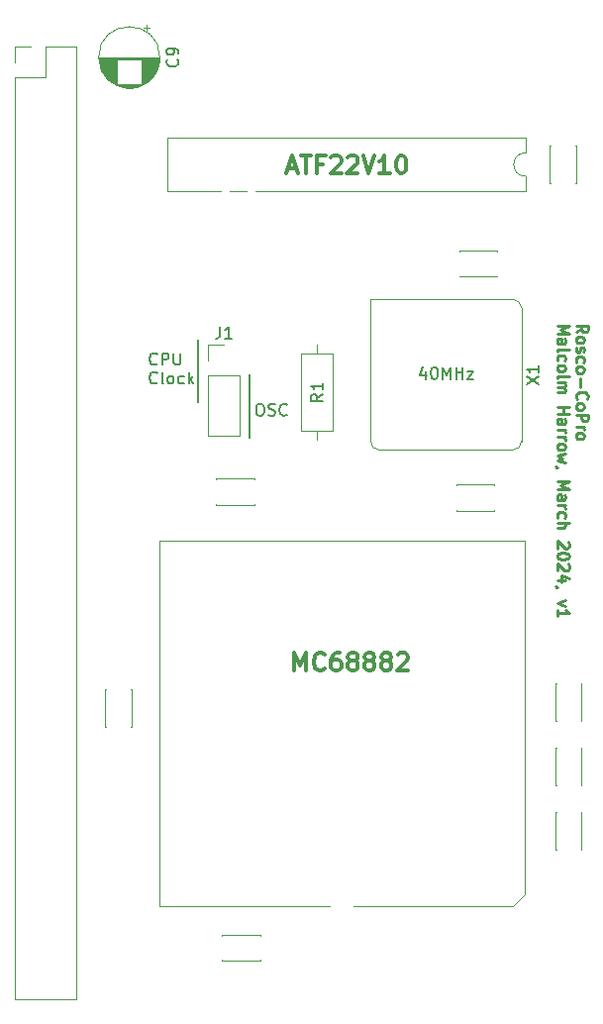
<source format=gto>
G04 #@! TF.GenerationSoftware,KiCad,Pcbnew,8.0.0*
G04 #@! TF.CreationDate,2024-03-01T09:31:10-05:00*
G04 #@! TF.ProjectId,Rosco-CoPro,526f7363-6f2d-4436-9f50-726f2e6b6963,rev?*
G04 #@! TF.SameCoordinates,Original*
G04 #@! TF.FileFunction,Legend,Top*
G04 #@! TF.FilePolarity,Positive*
%FSLAX46Y46*%
G04 Gerber Fmt 4.6, Leading zero omitted, Abs format (unit mm)*
G04 Created by KiCad (PCBNEW 8.0.0) date 2024-03-01 09:31:10*
%MOMM*%
%LPD*%
G01*
G04 APERTURE LIST*
%ADD10C,0.150000*%
%ADD11C,0.250000*%
%ADD12C,0.300000*%
%ADD13C,0.120000*%
%ADD14C,1.600000*%
%ADD15R,1.700000X1.700000*%
%ADD16O,1.700000X1.700000*%
%ADD17O,1.600000X1.600000*%
%ADD18R,1.600000X2.400000*%
%ADD19O,1.600000X2.400000*%
%ADD20R,1.422400X1.422400*%
%ADD21C,1.422400*%
%ADD22R,1.600000X1.600000*%
%ADD23R,2.500000X2.500000*%
%ADD24C,2.500000*%
%ADD25C,0.700000*%
G04 APERTURE END LIST*
D10*
X57220000Y-86983300D02*
X57220000Y-92383300D01*
X52820000Y-83983300D02*
X52820000Y-89383300D01*
D11*
X85145324Y-83373996D02*
X85621515Y-83040663D01*
X85145324Y-82802568D02*
X86145324Y-82802568D01*
X86145324Y-82802568D02*
X86145324Y-83183520D01*
X86145324Y-83183520D02*
X86097705Y-83278758D01*
X86097705Y-83278758D02*
X86050086Y-83326377D01*
X86050086Y-83326377D02*
X85954848Y-83373996D01*
X85954848Y-83373996D02*
X85811991Y-83373996D01*
X85811991Y-83373996D02*
X85716753Y-83326377D01*
X85716753Y-83326377D02*
X85669134Y-83278758D01*
X85669134Y-83278758D02*
X85621515Y-83183520D01*
X85621515Y-83183520D02*
X85621515Y-82802568D01*
X85145324Y-83945425D02*
X85192944Y-83850187D01*
X85192944Y-83850187D02*
X85240563Y-83802568D01*
X85240563Y-83802568D02*
X85335801Y-83754949D01*
X85335801Y-83754949D02*
X85621515Y-83754949D01*
X85621515Y-83754949D02*
X85716753Y-83802568D01*
X85716753Y-83802568D02*
X85764372Y-83850187D01*
X85764372Y-83850187D02*
X85811991Y-83945425D01*
X85811991Y-83945425D02*
X85811991Y-84088282D01*
X85811991Y-84088282D02*
X85764372Y-84183520D01*
X85764372Y-84183520D02*
X85716753Y-84231139D01*
X85716753Y-84231139D02*
X85621515Y-84278758D01*
X85621515Y-84278758D02*
X85335801Y-84278758D01*
X85335801Y-84278758D02*
X85240563Y-84231139D01*
X85240563Y-84231139D02*
X85192944Y-84183520D01*
X85192944Y-84183520D02*
X85145324Y-84088282D01*
X85145324Y-84088282D02*
X85145324Y-83945425D01*
X85192944Y-84659711D02*
X85145324Y-84754949D01*
X85145324Y-84754949D02*
X85145324Y-84945425D01*
X85145324Y-84945425D02*
X85192944Y-85040663D01*
X85192944Y-85040663D02*
X85288182Y-85088282D01*
X85288182Y-85088282D02*
X85335801Y-85088282D01*
X85335801Y-85088282D02*
X85431039Y-85040663D01*
X85431039Y-85040663D02*
X85478658Y-84945425D01*
X85478658Y-84945425D02*
X85478658Y-84802568D01*
X85478658Y-84802568D02*
X85526277Y-84707330D01*
X85526277Y-84707330D02*
X85621515Y-84659711D01*
X85621515Y-84659711D02*
X85669134Y-84659711D01*
X85669134Y-84659711D02*
X85764372Y-84707330D01*
X85764372Y-84707330D02*
X85811991Y-84802568D01*
X85811991Y-84802568D02*
X85811991Y-84945425D01*
X85811991Y-84945425D02*
X85764372Y-85040663D01*
X85192944Y-85945425D02*
X85145324Y-85850187D01*
X85145324Y-85850187D02*
X85145324Y-85659711D01*
X85145324Y-85659711D02*
X85192944Y-85564473D01*
X85192944Y-85564473D02*
X85240563Y-85516854D01*
X85240563Y-85516854D02*
X85335801Y-85469235D01*
X85335801Y-85469235D02*
X85621515Y-85469235D01*
X85621515Y-85469235D02*
X85716753Y-85516854D01*
X85716753Y-85516854D02*
X85764372Y-85564473D01*
X85764372Y-85564473D02*
X85811991Y-85659711D01*
X85811991Y-85659711D02*
X85811991Y-85850187D01*
X85811991Y-85850187D02*
X85764372Y-85945425D01*
X85145324Y-86516854D02*
X85192944Y-86421616D01*
X85192944Y-86421616D02*
X85240563Y-86373997D01*
X85240563Y-86373997D02*
X85335801Y-86326378D01*
X85335801Y-86326378D02*
X85621515Y-86326378D01*
X85621515Y-86326378D02*
X85716753Y-86373997D01*
X85716753Y-86373997D02*
X85764372Y-86421616D01*
X85764372Y-86421616D02*
X85811991Y-86516854D01*
X85811991Y-86516854D02*
X85811991Y-86659711D01*
X85811991Y-86659711D02*
X85764372Y-86754949D01*
X85764372Y-86754949D02*
X85716753Y-86802568D01*
X85716753Y-86802568D02*
X85621515Y-86850187D01*
X85621515Y-86850187D02*
X85335801Y-86850187D01*
X85335801Y-86850187D02*
X85240563Y-86802568D01*
X85240563Y-86802568D02*
X85192944Y-86754949D01*
X85192944Y-86754949D02*
X85145324Y-86659711D01*
X85145324Y-86659711D02*
X85145324Y-86516854D01*
X85526277Y-87278759D02*
X85526277Y-88040664D01*
X85240563Y-89088282D02*
X85192944Y-89040663D01*
X85192944Y-89040663D02*
X85145324Y-88897806D01*
X85145324Y-88897806D02*
X85145324Y-88802568D01*
X85145324Y-88802568D02*
X85192944Y-88659711D01*
X85192944Y-88659711D02*
X85288182Y-88564473D01*
X85288182Y-88564473D02*
X85383420Y-88516854D01*
X85383420Y-88516854D02*
X85573896Y-88469235D01*
X85573896Y-88469235D02*
X85716753Y-88469235D01*
X85716753Y-88469235D02*
X85907229Y-88516854D01*
X85907229Y-88516854D02*
X86002467Y-88564473D01*
X86002467Y-88564473D02*
X86097705Y-88659711D01*
X86097705Y-88659711D02*
X86145324Y-88802568D01*
X86145324Y-88802568D02*
X86145324Y-88897806D01*
X86145324Y-88897806D02*
X86097705Y-89040663D01*
X86097705Y-89040663D02*
X86050086Y-89088282D01*
X85145324Y-89659711D02*
X85192944Y-89564473D01*
X85192944Y-89564473D02*
X85240563Y-89516854D01*
X85240563Y-89516854D02*
X85335801Y-89469235D01*
X85335801Y-89469235D02*
X85621515Y-89469235D01*
X85621515Y-89469235D02*
X85716753Y-89516854D01*
X85716753Y-89516854D02*
X85764372Y-89564473D01*
X85764372Y-89564473D02*
X85811991Y-89659711D01*
X85811991Y-89659711D02*
X85811991Y-89802568D01*
X85811991Y-89802568D02*
X85764372Y-89897806D01*
X85764372Y-89897806D02*
X85716753Y-89945425D01*
X85716753Y-89945425D02*
X85621515Y-89993044D01*
X85621515Y-89993044D02*
X85335801Y-89993044D01*
X85335801Y-89993044D02*
X85240563Y-89945425D01*
X85240563Y-89945425D02*
X85192944Y-89897806D01*
X85192944Y-89897806D02*
X85145324Y-89802568D01*
X85145324Y-89802568D02*
X85145324Y-89659711D01*
X85145324Y-90421616D02*
X86145324Y-90421616D01*
X86145324Y-90421616D02*
X86145324Y-90802568D01*
X86145324Y-90802568D02*
X86097705Y-90897806D01*
X86097705Y-90897806D02*
X86050086Y-90945425D01*
X86050086Y-90945425D02*
X85954848Y-90993044D01*
X85954848Y-90993044D02*
X85811991Y-90993044D01*
X85811991Y-90993044D02*
X85716753Y-90945425D01*
X85716753Y-90945425D02*
X85669134Y-90897806D01*
X85669134Y-90897806D02*
X85621515Y-90802568D01*
X85621515Y-90802568D02*
X85621515Y-90421616D01*
X85145324Y-91421616D02*
X85811991Y-91421616D01*
X85621515Y-91421616D02*
X85716753Y-91469235D01*
X85716753Y-91469235D02*
X85764372Y-91516854D01*
X85764372Y-91516854D02*
X85811991Y-91612092D01*
X85811991Y-91612092D02*
X85811991Y-91707330D01*
X85145324Y-92183521D02*
X85192944Y-92088283D01*
X85192944Y-92088283D02*
X85240563Y-92040664D01*
X85240563Y-92040664D02*
X85335801Y-91993045D01*
X85335801Y-91993045D02*
X85621515Y-91993045D01*
X85621515Y-91993045D02*
X85716753Y-92040664D01*
X85716753Y-92040664D02*
X85764372Y-92088283D01*
X85764372Y-92088283D02*
X85811991Y-92183521D01*
X85811991Y-92183521D02*
X85811991Y-92326378D01*
X85811991Y-92326378D02*
X85764372Y-92421616D01*
X85764372Y-92421616D02*
X85716753Y-92469235D01*
X85716753Y-92469235D02*
X85621515Y-92516854D01*
X85621515Y-92516854D02*
X85335801Y-92516854D01*
X85335801Y-92516854D02*
X85240563Y-92469235D01*
X85240563Y-92469235D02*
X85192944Y-92421616D01*
X85192944Y-92421616D02*
X85145324Y-92326378D01*
X85145324Y-92326378D02*
X85145324Y-92183521D01*
X83535380Y-82802568D02*
X84535380Y-82802568D01*
X84535380Y-82802568D02*
X83821095Y-83135901D01*
X83821095Y-83135901D02*
X84535380Y-83469234D01*
X84535380Y-83469234D02*
X83535380Y-83469234D01*
X83535380Y-84373996D02*
X84059190Y-84373996D01*
X84059190Y-84373996D02*
X84154428Y-84326377D01*
X84154428Y-84326377D02*
X84202047Y-84231139D01*
X84202047Y-84231139D02*
X84202047Y-84040663D01*
X84202047Y-84040663D02*
X84154428Y-83945425D01*
X83583000Y-84373996D02*
X83535380Y-84278758D01*
X83535380Y-84278758D02*
X83535380Y-84040663D01*
X83535380Y-84040663D02*
X83583000Y-83945425D01*
X83583000Y-83945425D02*
X83678238Y-83897806D01*
X83678238Y-83897806D02*
X83773476Y-83897806D01*
X83773476Y-83897806D02*
X83868714Y-83945425D01*
X83868714Y-83945425D02*
X83916333Y-84040663D01*
X83916333Y-84040663D02*
X83916333Y-84278758D01*
X83916333Y-84278758D02*
X83963952Y-84373996D01*
X83535380Y-84993044D02*
X83583000Y-84897806D01*
X83583000Y-84897806D02*
X83678238Y-84850187D01*
X83678238Y-84850187D02*
X84535380Y-84850187D01*
X83583000Y-85802568D02*
X83535380Y-85707330D01*
X83535380Y-85707330D02*
X83535380Y-85516854D01*
X83535380Y-85516854D02*
X83583000Y-85421616D01*
X83583000Y-85421616D02*
X83630619Y-85373997D01*
X83630619Y-85373997D02*
X83725857Y-85326378D01*
X83725857Y-85326378D02*
X84011571Y-85326378D01*
X84011571Y-85326378D02*
X84106809Y-85373997D01*
X84106809Y-85373997D02*
X84154428Y-85421616D01*
X84154428Y-85421616D02*
X84202047Y-85516854D01*
X84202047Y-85516854D02*
X84202047Y-85707330D01*
X84202047Y-85707330D02*
X84154428Y-85802568D01*
X83535380Y-86373997D02*
X83583000Y-86278759D01*
X83583000Y-86278759D02*
X83630619Y-86231140D01*
X83630619Y-86231140D02*
X83725857Y-86183521D01*
X83725857Y-86183521D02*
X84011571Y-86183521D01*
X84011571Y-86183521D02*
X84106809Y-86231140D01*
X84106809Y-86231140D02*
X84154428Y-86278759D01*
X84154428Y-86278759D02*
X84202047Y-86373997D01*
X84202047Y-86373997D02*
X84202047Y-86516854D01*
X84202047Y-86516854D02*
X84154428Y-86612092D01*
X84154428Y-86612092D02*
X84106809Y-86659711D01*
X84106809Y-86659711D02*
X84011571Y-86707330D01*
X84011571Y-86707330D02*
X83725857Y-86707330D01*
X83725857Y-86707330D02*
X83630619Y-86659711D01*
X83630619Y-86659711D02*
X83583000Y-86612092D01*
X83583000Y-86612092D02*
X83535380Y-86516854D01*
X83535380Y-86516854D02*
X83535380Y-86373997D01*
X83535380Y-87278759D02*
X83583000Y-87183521D01*
X83583000Y-87183521D02*
X83678238Y-87135902D01*
X83678238Y-87135902D02*
X84535380Y-87135902D01*
X83535380Y-87659712D02*
X84202047Y-87659712D01*
X84106809Y-87659712D02*
X84154428Y-87707331D01*
X84154428Y-87707331D02*
X84202047Y-87802569D01*
X84202047Y-87802569D02*
X84202047Y-87945426D01*
X84202047Y-87945426D02*
X84154428Y-88040664D01*
X84154428Y-88040664D02*
X84059190Y-88088283D01*
X84059190Y-88088283D02*
X83535380Y-88088283D01*
X84059190Y-88088283D02*
X84154428Y-88135902D01*
X84154428Y-88135902D02*
X84202047Y-88231140D01*
X84202047Y-88231140D02*
X84202047Y-88373997D01*
X84202047Y-88373997D02*
X84154428Y-88469236D01*
X84154428Y-88469236D02*
X84059190Y-88516855D01*
X84059190Y-88516855D02*
X83535380Y-88516855D01*
X83535380Y-89754950D02*
X84535380Y-89754950D01*
X84059190Y-89754950D02*
X84059190Y-90326378D01*
X83535380Y-90326378D02*
X84535380Y-90326378D01*
X83535380Y-91231140D02*
X84059190Y-91231140D01*
X84059190Y-91231140D02*
X84154428Y-91183521D01*
X84154428Y-91183521D02*
X84202047Y-91088283D01*
X84202047Y-91088283D02*
X84202047Y-90897807D01*
X84202047Y-90897807D02*
X84154428Y-90802569D01*
X83583000Y-91231140D02*
X83535380Y-91135902D01*
X83535380Y-91135902D02*
X83535380Y-90897807D01*
X83535380Y-90897807D02*
X83583000Y-90802569D01*
X83583000Y-90802569D02*
X83678238Y-90754950D01*
X83678238Y-90754950D02*
X83773476Y-90754950D01*
X83773476Y-90754950D02*
X83868714Y-90802569D01*
X83868714Y-90802569D02*
X83916333Y-90897807D01*
X83916333Y-90897807D02*
X83916333Y-91135902D01*
X83916333Y-91135902D02*
X83963952Y-91231140D01*
X83535380Y-91707331D02*
X84202047Y-91707331D01*
X84011571Y-91707331D02*
X84106809Y-91754950D01*
X84106809Y-91754950D02*
X84154428Y-91802569D01*
X84154428Y-91802569D02*
X84202047Y-91897807D01*
X84202047Y-91897807D02*
X84202047Y-91993045D01*
X83535380Y-92326379D02*
X84202047Y-92326379D01*
X84011571Y-92326379D02*
X84106809Y-92373998D01*
X84106809Y-92373998D02*
X84154428Y-92421617D01*
X84154428Y-92421617D02*
X84202047Y-92516855D01*
X84202047Y-92516855D02*
X84202047Y-92612093D01*
X83535380Y-93088284D02*
X83583000Y-92993046D01*
X83583000Y-92993046D02*
X83630619Y-92945427D01*
X83630619Y-92945427D02*
X83725857Y-92897808D01*
X83725857Y-92897808D02*
X84011571Y-92897808D01*
X84011571Y-92897808D02*
X84106809Y-92945427D01*
X84106809Y-92945427D02*
X84154428Y-92993046D01*
X84154428Y-92993046D02*
X84202047Y-93088284D01*
X84202047Y-93088284D02*
X84202047Y-93231141D01*
X84202047Y-93231141D02*
X84154428Y-93326379D01*
X84154428Y-93326379D02*
X84106809Y-93373998D01*
X84106809Y-93373998D02*
X84011571Y-93421617D01*
X84011571Y-93421617D02*
X83725857Y-93421617D01*
X83725857Y-93421617D02*
X83630619Y-93373998D01*
X83630619Y-93373998D02*
X83583000Y-93326379D01*
X83583000Y-93326379D02*
X83535380Y-93231141D01*
X83535380Y-93231141D02*
X83535380Y-93088284D01*
X84202047Y-93754951D02*
X83535380Y-93945427D01*
X83535380Y-93945427D02*
X84011571Y-94135903D01*
X84011571Y-94135903D02*
X83535380Y-94326379D01*
X83535380Y-94326379D02*
X84202047Y-94516855D01*
X83583000Y-94945427D02*
X83535380Y-94945427D01*
X83535380Y-94945427D02*
X83440142Y-94897808D01*
X83440142Y-94897808D02*
X83392523Y-94850189D01*
X83535380Y-96135903D02*
X84535380Y-96135903D01*
X84535380Y-96135903D02*
X83821095Y-96469236D01*
X83821095Y-96469236D02*
X84535380Y-96802569D01*
X84535380Y-96802569D02*
X83535380Y-96802569D01*
X83535380Y-97707331D02*
X84059190Y-97707331D01*
X84059190Y-97707331D02*
X84154428Y-97659712D01*
X84154428Y-97659712D02*
X84202047Y-97564474D01*
X84202047Y-97564474D02*
X84202047Y-97373998D01*
X84202047Y-97373998D02*
X84154428Y-97278760D01*
X83583000Y-97707331D02*
X83535380Y-97612093D01*
X83535380Y-97612093D02*
X83535380Y-97373998D01*
X83535380Y-97373998D02*
X83583000Y-97278760D01*
X83583000Y-97278760D02*
X83678238Y-97231141D01*
X83678238Y-97231141D02*
X83773476Y-97231141D01*
X83773476Y-97231141D02*
X83868714Y-97278760D01*
X83868714Y-97278760D02*
X83916333Y-97373998D01*
X83916333Y-97373998D02*
X83916333Y-97612093D01*
X83916333Y-97612093D02*
X83963952Y-97707331D01*
X83535380Y-98183522D02*
X84202047Y-98183522D01*
X84011571Y-98183522D02*
X84106809Y-98231141D01*
X84106809Y-98231141D02*
X84154428Y-98278760D01*
X84154428Y-98278760D02*
X84202047Y-98373998D01*
X84202047Y-98373998D02*
X84202047Y-98469236D01*
X83583000Y-99231141D02*
X83535380Y-99135903D01*
X83535380Y-99135903D02*
X83535380Y-98945427D01*
X83535380Y-98945427D02*
X83583000Y-98850189D01*
X83583000Y-98850189D02*
X83630619Y-98802570D01*
X83630619Y-98802570D02*
X83725857Y-98754951D01*
X83725857Y-98754951D02*
X84011571Y-98754951D01*
X84011571Y-98754951D02*
X84106809Y-98802570D01*
X84106809Y-98802570D02*
X84154428Y-98850189D01*
X84154428Y-98850189D02*
X84202047Y-98945427D01*
X84202047Y-98945427D02*
X84202047Y-99135903D01*
X84202047Y-99135903D02*
X84154428Y-99231141D01*
X83535380Y-99659713D02*
X84535380Y-99659713D01*
X83535380Y-100088284D02*
X84059190Y-100088284D01*
X84059190Y-100088284D02*
X84154428Y-100040665D01*
X84154428Y-100040665D02*
X84202047Y-99945427D01*
X84202047Y-99945427D02*
X84202047Y-99802570D01*
X84202047Y-99802570D02*
X84154428Y-99707332D01*
X84154428Y-99707332D02*
X84106809Y-99659713D01*
X84440142Y-101278761D02*
X84487761Y-101326380D01*
X84487761Y-101326380D02*
X84535380Y-101421618D01*
X84535380Y-101421618D02*
X84535380Y-101659713D01*
X84535380Y-101659713D02*
X84487761Y-101754951D01*
X84487761Y-101754951D02*
X84440142Y-101802570D01*
X84440142Y-101802570D02*
X84344904Y-101850189D01*
X84344904Y-101850189D02*
X84249666Y-101850189D01*
X84249666Y-101850189D02*
X84106809Y-101802570D01*
X84106809Y-101802570D02*
X83535380Y-101231142D01*
X83535380Y-101231142D02*
X83535380Y-101850189D01*
X84535380Y-102469237D02*
X84535380Y-102564475D01*
X84535380Y-102564475D02*
X84487761Y-102659713D01*
X84487761Y-102659713D02*
X84440142Y-102707332D01*
X84440142Y-102707332D02*
X84344904Y-102754951D01*
X84344904Y-102754951D02*
X84154428Y-102802570D01*
X84154428Y-102802570D02*
X83916333Y-102802570D01*
X83916333Y-102802570D02*
X83725857Y-102754951D01*
X83725857Y-102754951D02*
X83630619Y-102707332D01*
X83630619Y-102707332D02*
X83583000Y-102659713D01*
X83583000Y-102659713D02*
X83535380Y-102564475D01*
X83535380Y-102564475D02*
X83535380Y-102469237D01*
X83535380Y-102469237D02*
X83583000Y-102373999D01*
X83583000Y-102373999D02*
X83630619Y-102326380D01*
X83630619Y-102326380D02*
X83725857Y-102278761D01*
X83725857Y-102278761D02*
X83916333Y-102231142D01*
X83916333Y-102231142D02*
X84154428Y-102231142D01*
X84154428Y-102231142D02*
X84344904Y-102278761D01*
X84344904Y-102278761D02*
X84440142Y-102326380D01*
X84440142Y-102326380D02*
X84487761Y-102373999D01*
X84487761Y-102373999D02*
X84535380Y-102469237D01*
X84440142Y-103183523D02*
X84487761Y-103231142D01*
X84487761Y-103231142D02*
X84535380Y-103326380D01*
X84535380Y-103326380D02*
X84535380Y-103564475D01*
X84535380Y-103564475D02*
X84487761Y-103659713D01*
X84487761Y-103659713D02*
X84440142Y-103707332D01*
X84440142Y-103707332D02*
X84344904Y-103754951D01*
X84344904Y-103754951D02*
X84249666Y-103754951D01*
X84249666Y-103754951D02*
X84106809Y-103707332D01*
X84106809Y-103707332D02*
X83535380Y-103135904D01*
X83535380Y-103135904D02*
X83535380Y-103754951D01*
X84202047Y-104612094D02*
X83535380Y-104612094D01*
X84583000Y-104373999D02*
X83868714Y-104135904D01*
X83868714Y-104135904D02*
X83868714Y-104754951D01*
X83583000Y-105183523D02*
X83535380Y-105183523D01*
X83535380Y-105183523D02*
X83440142Y-105135904D01*
X83440142Y-105135904D02*
X83392523Y-105088285D01*
X84202047Y-106278761D02*
X83535380Y-106516856D01*
X83535380Y-106516856D02*
X84202047Y-106754951D01*
X83535380Y-107659713D02*
X83535380Y-107088285D01*
X83535380Y-107373999D02*
X84535380Y-107373999D01*
X84535380Y-107373999D02*
X84392523Y-107278761D01*
X84392523Y-107278761D02*
X84297285Y-107183523D01*
X84297285Y-107183523D02*
X84249666Y-107088285D01*
D10*
X49303207Y-86072936D02*
X49255588Y-86120556D01*
X49255588Y-86120556D02*
X49112731Y-86168175D01*
X49112731Y-86168175D02*
X49017493Y-86168175D01*
X49017493Y-86168175D02*
X48874636Y-86120556D01*
X48874636Y-86120556D02*
X48779398Y-86025317D01*
X48779398Y-86025317D02*
X48731779Y-85930079D01*
X48731779Y-85930079D02*
X48684160Y-85739603D01*
X48684160Y-85739603D02*
X48684160Y-85596746D01*
X48684160Y-85596746D02*
X48731779Y-85406270D01*
X48731779Y-85406270D02*
X48779398Y-85311032D01*
X48779398Y-85311032D02*
X48874636Y-85215794D01*
X48874636Y-85215794D02*
X49017493Y-85168175D01*
X49017493Y-85168175D02*
X49112731Y-85168175D01*
X49112731Y-85168175D02*
X49255588Y-85215794D01*
X49255588Y-85215794D02*
X49303207Y-85263413D01*
X49731779Y-86168175D02*
X49731779Y-85168175D01*
X49731779Y-85168175D02*
X50112731Y-85168175D01*
X50112731Y-85168175D02*
X50207969Y-85215794D01*
X50207969Y-85215794D02*
X50255588Y-85263413D01*
X50255588Y-85263413D02*
X50303207Y-85358651D01*
X50303207Y-85358651D02*
X50303207Y-85501508D01*
X50303207Y-85501508D02*
X50255588Y-85596746D01*
X50255588Y-85596746D02*
X50207969Y-85644365D01*
X50207969Y-85644365D02*
X50112731Y-85691984D01*
X50112731Y-85691984D02*
X49731779Y-85691984D01*
X50731779Y-85168175D02*
X50731779Y-85977698D01*
X50731779Y-85977698D02*
X50779398Y-86072936D01*
X50779398Y-86072936D02*
X50827017Y-86120556D01*
X50827017Y-86120556D02*
X50922255Y-86168175D01*
X50922255Y-86168175D02*
X51112731Y-86168175D01*
X51112731Y-86168175D02*
X51207969Y-86120556D01*
X51207969Y-86120556D02*
X51255588Y-86072936D01*
X51255588Y-86072936D02*
X51303207Y-85977698D01*
X51303207Y-85977698D02*
X51303207Y-85168175D01*
X49303207Y-87682880D02*
X49255588Y-87730500D01*
X49255588Y-87730500D02*
X49112731Y-87778119D01*
X49112731Y-87778119D02*
X49017493Y-87778119D01*
X49017493Y-87778119D02*
X48874636Y-87730500D01*
X48874636Y-87730500D02*
X48779398Y-87635261D01*
X48779398Y-87635261D02*
X48731779Y-87540023D01*
X48731779Y-87540023D02*
X48684160Y-87349547D01*
X48684160Y-87349547D02*
X48684160Y-87206690D01*
X48684160Y-87206690D02*
X48731779Y-87016214D01*
X48731779Y-87016214D02*
X48779398Y-86920976D01*
X48779398Y-86920976D02*
X48874636Y-86825738D01*
X48874636Y-86825738D02*
X49017493Y-86778119D01*
X49017493Y-86778119D02*
X49112731Y-86778119D01*
X49112731Y-86778119D02*
X49255588Y-86825738D01*
X49255588Y-86825738D02*
X49303207Y-86873357D01*
X49874636Y-87778119D02*
X49779398Y-87730500D01*
X49779398Y-87730500D02*
X49731779Y-87635261D01*
X49731779Y-87635261D02*
X49731779Y-86778119D01*
X50398446Y-87778119D02*
X50303208Y-87730500D01*
X50303208Y-87730500D02*
X50255589Y-87682880D01*
X50255589Y-87682880D02*
X50207970Y-87587642D01*
X50207970Y-87587642D02*
X50207970Y-87301928D01*
X50207970Y-87301928D02*
X50255589Y-87206690D01*
X50255589Y-87206690D02*
X50303208Y-87159071D01*
X50303208Y-87159071D02*
X50398446Y-87111452D01*
X50398446Y-87111452D02*
X50541303Y-87111452D01*
X50541303Y-87111452D02*
X50636541Y-87159071D01*
X50636541Y-87159071D02*
X50684160Y-87206690D01*
X50684160Y-87206690D02*
X50731779Y-87301928D01*
X50731779Y-87301928D02*
X50731779Y-87587642D01*
X50731779Y-87587642D02*
X50684160Y-87682880D01*
X50684160Y-87682880D02*
X50636541Y-87730500D01*
X50636541Y-87730500D02*
X50541303Y-87778119D01*
X50541303Y-87778119D02*
X50398446Y-87778119D01*
X51588922Y-87730500D02*
X51493684Y-87778119D01*
X51493684Y-87778119D02*
X51303208Y-87778119D01*
X51303208Y-87778119D02*
X51207970Y-87730500D01*
X51207970Y-87730500D02*
X51160351Y-87682880D01*
X51160351Y-87682880D02*
X51112732Y-87587642D01*
X51112732Y-87587642D02*
X51112732Y-87301928D01*
X51112732Y-87301928D02*
X51160351Y-87206690D01*
X51160351Y-87206690D02*
X51207970Y-87159071D01*
X51207970Y-87159071D02*
X51303208Y-87111452D01*
X51303208Y-87111452D02*
X51493684Y-87111452D01*
X51493684Y-87111452D02*
X51588922Y-87159071D01*
X52017494Y-87778119D02*
X52017494Y-86778119D01*
X52112732Y-87397166D02*
X52398446Y-87778119D01*
X52398446Y-87111452D02*
X52017494Y-87492404D01*
D12*
X61054510Y-112300828D02*
X61054510Y-110800828D01*
X61054510Y-110800828D02*
X61554510Y-111872257D01*
X61554510Y-111872257D02*
X62054510Y-110800828D01*
X62054510Y-110800828D02*
X62054510Y-112300828D01*
X63625939Y-112157971D02*
X63554511Y-112229400D01*
X63554511Y-112229400D02*
X63340225Y-112300828D01*
X63340225Y-112300828D02*
X63197368Y-112300828D01*
X63197368Y-112300828D02*
X62983082Y-112229400D01*
X62983082Y-112229400D02*
X62840225Y-112086542D01*
X62840225Y-112086542D02*
X62768796Y-111943685D01*
X62768796Y-111943685D02*
X62697368Y-111657971D01*
X62697368Y-111657971D02*
X62697368Y-111443685D01*
X62697368Y-111443685D02*
X62768796Y-111157971D01*
X62768796Y-111157971D02*
X62840225Y-111015114D01*
X62840225Y-111015114D02*
X62983082Y-110872257D01*
X62983082Y-110872257D02*
X63197368Y-110800828D01*
X63197368Y-110800828D02*
X63340225Y-110800828D01*
X63340225Y-110800828D02*
X63554511Y-110872257D01*
X63554511Y-110872257D02*
X63625939Y-110943685D01*
X64911654Y-110800828D02*
X64625939Y-110800828D01*
X64625939Y-110800828D02*
X64483082Y-110872257D01*
X64483082Y-110872257D02*
X64411654Y-110943685D01*
X64411654Y-110943685D02*
X64268796Y-111157971D01*
X64268796Y-111157971D02*
X64197368Y-111443685D01*
X64197368Y-111443685D02*
X64197368Y-112015114D01*
X64197368Y-112015114D02*
X64268796Y-112157971D01*
X64268796Y-112157971D02*
X64340225Y-112229400D01*
X64340225Y-112229400D02*
X64483082Y-112300828D01*
X64483082Y-112300828D02*
X64768796Y-112300828D01*
X64768796Y-112300828D02*
X64911654Y-112229400D01*
X64911654Y-112229400D02*
X64983082Y-112157971D01*
X64983082Y-112157971D02*
X65054511Y-112015114D01*
X65054511Y-112015114D02*
X65054511Y-111657971D01*
X65054511Y-111657971D02*
X64983082Y-111515114D01*
X64983082Y-111515114D02*
X64911654Y-111443685D01*
X64911654Y-111443685D02*
X64768796Y-111372257D01*
X64768796Y-111372257D02*
X64483082Y-111372257D01*
X64483082Y-111372257D02*
X64340225Y-111443685D01*
X64340225Y-111443685D02*
X64268796Y-111515114D01*
X64268796Y-111515114D02*
X64197368Y-111657971D01*
X65911653Y-111443685D02*
X65768796Y-111372257D01*
X65768796Y-111372257D02*
X65697367Y-111300828D01*
X65697367Y-111300828D02*
X65625939Y-111157971D01*
X65625939Y-111157971D02*
X65625939Y-111086542D01*
X65625939Y-111086542D02*
X65697367Y-110943685D01*
X65697367Y-110943685D02*
X65768796Y-110872257D01*
X65768796Y-110872257D02*
X65911653Y-110800828D01*
X65911653Y-110800828D02*
X66197367Y-110800828D01*
X66197367Y-110800828D02*
X66340225Y-110872257D01*
X66340225Y-110872257D02*
X66411653Y-110943685D01*
X66411653Y-110943685D02*
X66483082Y-111086542D01*
X66483082Y-111086542D02*
X66483082Y-111157971D01*
X66483082Y-111157971D02*
X66411653Y-111300828D01*
X66411653Y-111300828D02*
X66340225Y-111372257D01*
X66340225Y-111372257D02*
X66197367Y-111443685D01*
X66197367Y-111443685D02*
X65911653Y-111443685D01*
X65911653Y-111443685D02*
X65768796Y-111515114D01*
X65768796Y-111515114D02*
X65697367Y-111586542D01*
X65697367Y-111586542D02*
X65625939Y-111729400D01*
X65625939Y-111729400D02*
X65625939Y-112015114D01*
X65625939Y-112015114D02*
X65697367Y-112157971D01*
X65697367Y-112157971D02*
X65768796Y-112229400D01*
X65768796Y-112229400D02*
X65911653Y-112300828D01*
X65911653Y-112300828D02*
X66197367Y-112300828D01*
X66197367Y-112300828D02*
X66340225Y-112229400D01*
X66340225Y-112229400D02*
X66411653Y-112157971D01*
X66411653Y-112157971D02*
X66483082Y-112015114D01*
X66483082Y-112015114D02*
X66483082Y-111729400D01*
X66483082Y-111729400D02*
X66411653Y-111586542D01*
X66411653Y-111586542D02*
X66340225Y-111515114D01*
X66340225Y-111515114D02*
X66197367Y-111443685D01*
X67340224Y-111443685D02*
X67197367Y-111372257D01*
X67197367Y-111372257D02*
X67125938Y-111300828D01*
X67125938Y-111300828D02*
X67054510Y-111157971D01*
X67054510Y-111157971D02*
X67054510Y-111086542D01*
X67054510Y-111086542D02*
X67125938Y-110943685D01*
X67125938Y-110943685D02*
X67197367Y-110872257D01*
X67197367Y-110872257D02*
X67340224Y-110800828D01*
X67340224Y-110800828D02*
X67625938Y-110800828D01*
X67625938Y-110800828D02*
X67768796Y-110872257D01*
X67768796Y-110872257D02*
X67840224Y-110943685D01*
X67840224Y-110943685D02*
X67911653Y-111086542D01*
X67911653Y-111086542D02*
X67911653Y-111157971D01*
X67911653Y-111157971D02*
X67840224Y-111300828D01*
X67840224Y-111300828D02*
X67768796Y-111372257D01*
X67768796Y-111372257D02*
X67625938Y-111443685D01*
X67625938Y-111443685D02*
X67340224Y-111443685D01*
X67340224Y-111443685D02*
X67197367Y-111515114D01*
X67197367Y-111515114D02*
X67125938Y-111586542D01*
X67125938Y-111586542D02*
X67054510Y-111729400D01*
X67054510Y-111729400D02*
X67054510Y-112015114D01*
X67054510Y-112015114D02*
X67125938Y-112157971D01*
X67125938Y-112157971D02*
X67197367Y-112229400D01*
X67197367Y-112229400D02*
X67340224Y-112300828D01*
X67340224Y-112300828D02*
X67625938Y-112300828D01*
X67625938Y-112300828D02*
X67768796Y-112229400D01*
X67768796Y-112229400D02*
X67840224Y-112157971D01*
X67840224Y-112157971D02*
X67911653Y-112015114D01*
X67911653Y-112015114D02*
X67911653Y-111729400D01*
X67911653Y-111729400D02*
X67840224Y-111586542D01*
X67840224Y-111586542D02*
X67768796Y-111515114D01*
X67768796Y-111515114D02*
X67625938Y-111443685D01*
X68768795Y-111443685D02*
X68625938Y-111372257D01*
X68625938Y-111372257D02*
X68554509Y-111300828D01*
X68554509Y-111300828D02*
X68483081Y-111157971D01*
X68483081Y-111157971D02*
X68483081Y-111086542D01*
X68483081Y-111086542D02*
X68554509Y-110943685D01*
X68554509Y-110943685D02*
X68625938Y-110872257D01*
X68625938Y-110872257D02*
X68768795Y-110800828D01*
X68768795Y-110800828D02*
X69054509Y-110800828D01*
X69054509Y-110800828D02*
X69197367Y-110872257D01*
X69197367Y-110872257D02*
X69268795Y-110943685D01*
X69268795Y-110943685D02*
X69340224Y-111086542D01*
X69340224Y-111086542D02*
X69340224Y-111157971D01*
X69340224Y-111157971D02*
X69268795Y-111300828D01*
X69268795Y-111300828D02*
X69197367Y-111372257D01*
X69197367Y-111372257D02*
X69054509Y-111443685D01*
X69054509Y-111443685D02*
X68768795Y-111443685D01*
X68768795Y-111443685D02*
X68625938Y-111515114D01*
X68625938Y-111515114D02*
X68554509Y-111586542D01*
X68554509Y-111586542D02*
X68483081Y-111729400D01*
X68483081Y-111729400D02*
X68483081Y-112015114D01*
X68483081Y-112015114D02*
X68554509Y-112157971D01*
X68554509Y-112157971D02*
X68625938Y-112229400D01*
X68625938Y-112229400D02*
X68768795Y-112300828D01*
X68768795Y-112300828D02*
X69054509Y-112300828D01*
X69054509Y-112300828D02*
X69197367Y-112229400D01*
X69197367Y-112229400D02*
X69268795Y-112157971D01*
X69268795Y-112157971D02*
X69340224Y-112015114D01*
X69340224Y-112015114D02*
X69340224Y-111729400D01*
X69340224Y-111729400D02*
X69268795Y-111586542D01*
X69268795Y-111586542D02*
X69197367Y-111515114D01*
X69197367Y-111515114D02*
X69054509Y-111443685D01*
X69911652Y-110943685D02*
X69983080Y-110872257D01*
X69983080Y-110872257D02*
X70125938Y-110800828D01*
X70125938Y-110800828D02*
X70483080Y-110800828D01*
X70483080Y-110800828D02*
X70625938Y-110872257D01*
X70625938Y-110872257D02*
X70697366Y-110943685D01*
X70697366Y-110943685D02*
X70768795Y-111086542D01*
X70768795Y-111086542D02*
X70768795Y-111229400D01*
X70768795Y-111229400D02*
X70697366Y-111443685D01*
X70697366Y-111443685D02*
X69840223Y-112300828D01*
X69840223Y-112300828D02*
X70768795Y-112300828D01*
D10*
X72265350Y-86703152D02*
X72265350Y-87369819D01*
X72027255Y-86322200D02*
X71789160Y-87036485D01*
X71789160Y-87036485D02*
X72408207Y-87036485D01*
X72979636Y-86369819D02*
X73074874Y-86369819D01*
X73074874Y-86369819D02*
X73170112Y-86417438D01*
X73170112Y-86417438D02*
X73217731Y-86465057D01*
X73217731Y-86465057D02*
X73265350Y-86560295D01*
X73265350Y-86560295D02*
X73312969Y-86750771D01*
X73312969Y-86750771D02*
X73312969Y-86988866D01*
X73312969Y-86988866D02*
X73265350Y-87179342D01*
X73265350Y-87179342D02*
X73217731Y-87274580D01*
X73217731Y-87274580D02*
X73170112Y-87322200D01*
X73170112Y-87322200D02*
X73074874Y-87369819D01*
X73074874Y-87369819D02*
X72979636Y-87369819D01*
X72979636Y-87369819D02*
X72884398Y-87322200D01*
X72884398Y-87322200D02*
X72836779Y-87274580D01*
X72836779Y-87274580D02*
X72789160Y-87179342D01*
X72789160Y-87179342D02*
X72741541Y-86988866D01*
X72741541Y-86988866D02*
X72741541Y-86750771D01*
X72741541Y-86750771D02*
X72789160Y-86560295D01*
X72789160Y-86560295D02*
X72836779Y-86465057D01*
X72836779Y-86465057D02*
X72884398Y-86417438D01*
X72884398Y-86417438D02*
X72979636Y-86369819D01*
X73741541Y-87369819D02*
X73741541Y-86369819D01*
X73741541Y-86369819D02*
X74074874Y-87084104D01*
X74074874Y-87084104D02*
X74408207Y-86369819D01*
X74408207Y-86369819D02*
X74408207Y-87369819D01*
X74884398Y-87369819D02*
X74884398Y-86369819D01*
X74884398Y-86846009D02*
X75455826Y-86846009D01*
X75455826Y-87369819D02*
X75455826Y-86369819D01*
X75836779Y-86703152D02*
X76360588Y-86703152D01*
X76360588Y-86703152D02*
X75836779Y-87369819D01*
X75836779Y-87369819D02*
X76360588Y-87369819D01*
X58022255Y-89503119D02*
X58212731Y-89503119D01*
X58212731Y-89503119D02*
X58307969Y-89550738D01*
X58307969Y-89550738D02*
X58403207Y-89645976D01*
X58403207Y-89645976D02*
X58450826Y-89836452D01*
X58450826Y-89836452D02*
X58450826Y-90169785D01*
X58450826Y-90169785D02*
X58403207Y-90360261D01*
X58403207Y-90360261D02*
X58307969Y-90455500D01*
X58307969Y-90455500D02*
X58212731Y-90503119D01*
X58212731Y-90503119D02*
X58022255Y-90503119D01*
X58022255Y-90503119D02*
X57927017Y-90455500D01*
X57927017Y-90455500D02*
X57831779Y-90360261D01*
X57831779Y-90360261D02*
X57784160Y-90169785D01*
X57784160Y-90169785D02*
X57784160Y-89836452D01*
X57784160Y-89836452D02*
X57831779Y-89645976D01*
X57831779Y-89645976D02*
X57927017Y-89550738D01*
X57927017Y-89550738D02*
X58022255Y-89503119D01*
X58831779Y-90455500D02*
X58974636Y-90503119D01*
X58974636Y-90503119D02*
X59212731Y-90503119D01*
X59212731Y-90503119D02*
X59307969Y-90455500D01*
X59307969Y-90455500D02*
X59355588Y-90407880D01*
X59355588Y-90407880D02*
X59403207Y-90312642D01*
X59403207Y-90312642D02*
X59403207Y-90217404D01*
X59403207Y-90217404D02*
X59355588Y-90122166D01*
X59355588Y-90122166D02*
X59307969Y-90074547D01*
X59307969Y-90074547D02*
X59212731Y-90026928D01*
X59212731Y-90026928D02*
X59022255Y-89979309D01*
X59022255Y-89979309D02*
X58927017Y-89931690D01*
X58927017Y-89931690D02*
X58879398Y-89884071D01*
X58879398Y-89884071D02*
X58831779Y-89788833D01*
X58831779Y-89788833D02*
X58831779Y-89693595D01*
X58831779Y-89693595D02*
X58879398Y-89598357D01*
X58879398Y-89598357D02*
X58927017Y-89550738D01*
X58927017Y-89550738D02*
X59022255Y-89503119D01*
X59022255Y-89503119D02*
X59260350Y-89503119D01*
X59260350Y-89503119D02*
X59403207Y-89550738D01*
X60403207Y-90407880D02*
X60355588Y-90455500D01*
X60355588Y-90455500D02*
X60212731Y-90503119D01*
X60212731Y-90503119D02*
X60117493Y-90503119D01*
X60117493Y-90503119D02*
X59974636Y-90455500D01*
X59974636Y-90455500D02*
X59879398Y-90360261D01*
X59879398Y-90360261D02*
X59831779Y-90265023D01*
X59831779Y-90265023D02*
X59784160Y-90074547D01*
X59784160Y-90074547D02*
X59784160Y-89931690D01*
X59784160Y-89931690D02*
X59831779Y-89741214D01*
X59831779Y-89741214D02*
X59879398Y-89645976D01*
X59879398Y-89645976D02*
X59974636Y-89550738D01*
X59974636Y-89550738D02*
X60117493Y-89503119D01*
X60117493Y-89503119D02*
X60212731Y-89503119D01*
X60212731Y-89503119D02*
X60355588Y-89550738D01*
X60355588Y-89550738D02*
X60403207Y-89598357D01*
D12*
X60483082Y-69372257D02*
X61197368Y-69372257D01*
X60340225Y-69800828D02*
X60840225Y-68300828D01*
X60840225Y-68300828D02*
X61340225Y-69800828D01*
X61625939Y-68300828D02*
X62483082Y-68300828D01*
X62054510Y-69800828D02*
X62054510Y-68300828D01*
X63483081Y-69015114D02*
X62983081Y-69015114D01*
X62983081Y-69800828D02*
X62983081Y-68300828D01*
X62983081Y-68300828D02*
X63697367Y-68300828D01*
X64197367Y-68443685D02*
X64268795Y-68372257D01*
X64268795Y-68372257D02*
X64411653Y-68300828D01*
X64411653Y-68300828D02*
X64768795Y-68300828D01*
X64768795Y-68300828D02*
X64911653Y-68372257D01*
X64911653Y-68372257D02*
X64983081Y-68443685D01*
X64983081Y-68443685D02*
X65054510Y-68586542D01*
X65054510Y-68586542D02*
X65054510Y-68729400D01*
X65054510Y-68729400D02*
X64983081Y-68943685D01*
X64983081Y-68943685D02*
X64125938Y-69800828D01*
X64125938Y-69800828D02*
X65054510Y-69800828D01*
X65625938Y-68443685D02*
X65697366Y-68372257D01*
X65697366Y-68372257D02*
X65840224Y-68300828D01*
X65840224Y-68300828D02*
X66197366Y-68300828D01*
X66197366Y-68300828D02*
X66340224Y-68372257D01*
X66340224Y-68372257D02*
X66411652Y-68443685D01*
X66411652Y-68443685D02*
X66483081Y-68586542D01*
X66483081Y-68586542D02*
X66483081Y-68729400D01*
X66483081Y-68729400D02*
X66411652Y-68943685D01*
X66411652Y-68943685D02*
X65554509Y-69800828D01*
X65554509Y-69800828D02*
X66483081Y-69800828D01*
X66911652Y-68300828D02*
X67411652Y-69800828D01*
X67411652Y-69800828D02*
X67911652Y-68300828D01*
X69197366Y-69800828D02*
X68340223Y-69800828D01*
X68768794Y-69800828D02*
X68768794Y-68300828D01*
X68768794Y-68300828D02*
X68625937Y-68515114D01*
X68625937Y-68515114D02*
X68483080Y-68657971D01*
X68483080Y-68657971D02*
X68340223Y-68729400D01*
X70125937Y-68300828D02*
X70268794Y-68300828D01*
X70268794Y-68300828D02*
X70411651Y-68372257D01*
X70411651Y-68372257D02*
X70483080Y-68443685D01*
X70483080Y-68443685D02*
X70554508Y-68586542D01*
X70554508Y-68586542D02*
X70625937Y-68872257D01*
X70625937Y-68872257D02*
X70625937Y-69229400D01*
X70625937Y-69229400D02*
X70554508Y-69515114D01*
X70554508Y-69515114D02*
X70483080Y-69657971D01*
X70483080Y-69657971D02*
X70411651Y-69729400D01*
X70411651Y-69729400D02*
X70268794Y-69800828D01*
X70268794Y-69800828D02*
X70125937Y-69800828D01*
X70125937Y-69800828D02*
X69983080Y-69729400D01*
X69983080Y-69729400D02*
X69911651Y-69657971D01*
X69911651Y-69657971D02*
X69840222Y-69515114D01*
X69840222Y-69515114D02*
X69768794Y-69229400D01*
X69768794Y-69229400D02*
X69768794Y-68872257D01*
X69768794Y-68872257D02*
X69840222Y-68586542D01*
X69840222Y-68586542D02*
X69911651Y-68443685D01*
X69911651Y-68443685D02*
X69983080Y-68372257D01*
X69983080Y-68372257D02*
X70125937Y-68300828D01*
D10*
X54686666Y-82908119D02*
X54686666Y-83622404D01*
X54686666Y-83622404D02*
X54639047Y-83765261D01*
X54639047Y-83765261D02*
X54543809Y-83860500D01*
X54543809Y-83860500D02*
X54400952Y-83908119D01*
X54400952Y-83908119D02*
X54305714Y-83908119D01*
X55686666Y-83908119D02*
X55115238Y-83908119D01*
X55400952Y-83908119D02*
X55400952Y-82908119D01*
X55400952Y-82908119D02*
X55305714Y-83050976D01*
X55305714Y-83050976D02*
X55210476Y-83146214D01*
X55210476Y-83146214D02*
X55115238Y-83193833D01*
X63454819Y-88666666D02*
X62978628Y-88999999D01*
X63454819Y-89238094D02*
X62454819Y-89238094D01*
X62454819Y-89238094D02*
X62454819Y-88857142D01*
X62454819Y-88857142D02*
X62502438Y-88761904D01*
X62502438Y-88761904D02*
X62550057Y-88714285D01*
X62550057Y-88714285D02*
X62645295Y-88666666D01*
X62645295Y-88666666D02*
X62788152Y-88666666D01*
X62788152Y-88666666D02*
X62883390Y-88714285D01*
X62883390Y-88714285D02*
X62931009Y-88761904D01*
X62931009Y-88761904D02*
X62978628Y-88857142D01*
X62978628Y-88857142D02*
X62978628Y-89238094D01*
X63454819Y-87714285D02*
X63454819Y-88285713D01*
X63454819Y-87999999D02*
X62454819Y-87999999D01*
X62454819Y-87999999D02*
X62597676Y-88095237D01*
X62597676Y-88095237D02*
X62692914Y-88190475D01*
X62692914Y-88190475D02*
X62740533Y-88285713D01*
X51039580Y-60041566D02*
X51087200Y-60089185D01*
X51087200Y-60089185D02*
X51134819Y-60232042D01*
X51134819Y-60232042D02*
X51134819Y-60327280D01*
X51134819Y-60327280D02*
X51087200Y-60470137D01*
X51087200Y-60470137D02*
X50991961Y-60565375D01*
X50991961Y-60565375D02*
X50896723Y-60612994D01*
X50896723Y-60612994D02*
X50706247Y-60660613D01*
X50706247Y-60660613D02*
X50563390Y-60660613D01*
X50563390Y-60660613D02*
X50372914Y-60612994D01*
X50372914Y-60612994D02*
X50277676Y-60565375D01*
X50277676Y-60565375D02*
X50182438Y-60470137D01*
X50182438Y-60470137D02*
X50134819Y-60327280D01*
X50134819Y-60327280D02*
X50134819Y-60232042D01*
X50134819Y-60232042D02*
X50182438Y-60089185D01*
X50182438Y-60089185D02*
X50230057Y-60041566D01*
X51134819Y-59565375D02*
X51134819Y-59374899D01*
X51134819Y-59374899D02*
X51087200Y-59279661D01*
X51087200Y-59279661D02*
X51039580Y-59232042D01*
X51039580Y-59232042D02*
X50896723Y-59136804D01*
X50896723Y-59136804D02*
X50706247Y-59089185D01*
X50706247Y-59089185D02*
X50325295Y-59089185D01*
X50325295Y-59089185D02*
X50230057Y-59136804D01*
X50230057Y-59136804D02*
X50182438Y-59184423D01*
X50182438Y-59184423D02*
X50134819Y-59279661D01*
X50134819Y-59279661D02*
X50134819Y-59470137D01*
X50134819Y-59470137D02*
X50182438Y-59565375D01*
X50182438Y-59565375D02*
X50230057Y-59612994D01*
X50230057Y-59612994D02*
X50325295Y-59660613D01*
X50325295Y-59660613D02*
X50563390Y-59660613D01*
X50563390Y-59660613D02*
X50658628Y-59612994D01*
X50658628Y-59612994D02*
X50706247Y-59565375D01*
X50706247Y-59565375D02*
X50753866Y-59470137D01*
X50753866Y-59470137D02*
X50753866Y-59279661D01*
X50753866Y-59279661D02*
X50706247Y-59184423D01*
X50706247Y-59184423D02*
X50658628Y-59136804D01*
X50658628Y-59136804D02*
X50563390Y-59089185D01*
X80924819Y-87809523D02*
X81924819Y-87142857D01*
X80924819Y-87142857D02*
X81924819Y-87809523D01*
X81924819Y-86238095D02*
X81924819Y-86809523D01*
X81924819Y-86523809D02*
X80924819Y-86523809D01*
X80924819Y-86523809D02*
X81067676Y-86619047D01*
X81067676Y-86619047D02*
X81162914Y-86714285D01*
X81162914Y-86714285D02*
X81210533Y-86809523D01*
D13*
X54380000Y-95880000D02*
X54380000Y-95945000D01*
X54380000Y-95880000D02*
X57620000Y-95880000D01*
X54380000Y-98055000D02*
X54380000Y-98120000D01*
X54380000Y-98120000D02*
X57620000Y-98120000D01*
X57620000Y-95880000D02*
X57620000Y-95945000D01*
X57620000Y-98055000D02*
X57620000Y-98120000D01*
X53690000Y-84453300D02*
X55020000Y-84453300D01*
X53690000Y-85783300D02*
X53690000Y-84453300D01*
X53690000Y-87053300D02*
X53690000Y-92193300D01*
X53690000Y-87053300D02*
X56350000Y-87053300D01*
X53690000Y-92193300D02*
X56350000Y-92193300D01*
X56350000Y-87053300D02*
X56350000Y-92193300D01*
X61630000Y-85230000D02*
X61630000Y-91770000D01*
X61630000Y-91770000D02*
X64370000Y-91770000D01*
X63000000Y-84460000D02*
X63000000Y-85230000D01*
X63000000Y-92540000D02*
X63000000Y-91770000D01*
X64370000Y-85230000D02*
X61630000Y-85230000D01*
X64370000Y-91770000D02*
X64370000Y-85230000D01*
X83380000Y-118880000D02*
X83380000Y-122120000D01*
X83445000Y-118880000D02*
X83380000Y-118880000D01*
X83445000Y-122120000D02*
X83380000Y-122120000D01*
X85620000Y-118880000D02*
X85555000Y-118880000D01*
X85620000Y-118880000D02*
X85620000Y-122120000D01*
X85620000Y-122120000D02*
X85555000Y-122120000D01*
X54880000Y-134880000D02*
X54880000Y-134945000D01*
X54880000Y-134880000D02*
X58120000Y-134880000D01*
X54880000Y-137055000D02*
X54880000Y-137120000D01*
X54880000Y-137120000D02*
X58120000Y-137120000D01*
X58120000Y-134880000D02*
X58120000Y-134945000D01*
X58120000Y-137055000D02*
X58120000Y-137120000D01*
X74880000Y-96380000D02*
X74880000Y-96445000D01*
X74880000Y-96380000D02*
X78120000Y-96380000D01*
X74880000Y-98555000D02*
X74880000Y-98620000D01*
X74880000Y-98620000D02*
X78120000Y-98620000D01*
X78120000Y-96380000D02*
X78120000Y-96445000D01*
X78120000Y-98555000D02*
X78120000Y-98620000D01*
X44880000Y-113880000D02*
X44945000Y-113880000D01*
X44880000Y-117120000D02*
X44880000Y-113880000D01*
X44880000Y-117120000D02*
X44945000Y-117120000D01*
X47055000Y-113880000D02*
X47120000Y-113880000D01*
X47055000Y-117120000D02*
X47120000Y-117120000D01*
X47120000Y-117120000D02*
X47120000Y-113880000D01*
X50210000Y-66780000D02*
X50210000Y-71280000D01*
X50210000Y-71280000D02*
X80810000Y-71280000D01*
X80810000Y-66780000D02*
X50210000Y-66780000D01*
X80810000Y-68030000D02*
X80810000Y-66780000D01*
X80810000Y-71280000D02*
X80810000Y-70030000D01*
X80810000Y-70030000D02*
G75*
G02*
X80810000Y-68030000I0J1000000D01*
G01*
X83380000Y-113380000D02*
X83445000Y-113380000D01*
X83380000Y-116620000D02*
X83380000Y-113380000D01*
X83380000Y-116620000D02*
X83445000Y-116620000D01*
X85555000Y-113380000D02*
X85620000Y-113380000D01*
X85555000Y-116620000D02*
X85620000Y-116620000D01*
X85620000Y-116620000D02*
X85620000Y-113380000D01*
X49475000Y-101175000D02*
X49475000Y-132425000D01*
X49475000Y-132425000D02*
X64100000Y-132425000D01*
X66100000Y-132425000D02*
X79725000Y-132425000D01*
X79725000Y-132425000D02*
X80725000Y-131425000D01*
X80725000Y-101175000D02*
X49475000Y-101175000D01*
X80725000Y-131425000D02*
X80725000Y-101175000D01*
X45890000Y-60114900D02*
X44361000Y-60114900D01*
X45890000Y-60154900D02*
X44365000Y-60154900D01*
X45890000Y-60194900D02*
X44369000Y-60194900D01*
X45890000Y-60234900D02*
X44374000Y-60234900D01*
X45890000Y-60274900D02*
X44380000Y-60274900D01*
X45890000Y-60314900D02*
X44387000Y-60314900D01*
X45890000Y-60354900D02*
X44394000Y-60354900D01*
X45890000Y-60394900D02*
X44402000Y-60394900D01*
X45890000Y-60434900D02*
X44410000Y-60434900D01*
X45890000Y-60474900D02*
X44419000Y-60474900D01*
X45890000Y-60514900D02*
X44429000Y-60514900D01*
X45890000Y-60554900D02*
X44439000Y-60554900D01*
X45890000Y-60595900D02*
X44450000Y-60595900D01*
X45890000Y-60635900D02*
X44462000Y-60635900D01*
X45890000Y-60675900D02*
X44475000Y-60675900D01*
X45890000Y-60715900D02*
X44488000Y-60715900D01*
X45890000Y-60755900D02*
X44502000Y-60755900D01*
X45890000Y-60795900D02*
X44516000Y-60795900D01*
X45890000Y-60835900D02*
X44532000Y-60835900D01*
X45890000Y-60875900D02*
X44548000Y-60875900D01*
X45890000Y-60915900D02*
X44565000Y-60915900D01*
X45890000Y-60955900D02*
X44582000Y-60955900D01*
X45890000Y-60995900D02*
X44601000Y-60995900D01*
X45890000Y-61035900D02*
X44620000Y-61035900D01*
X45890000Y-61075900D02*
X44640000Y-61075900D01*
X45890000Y-61115900D02*
X44662000Y-61115900D01*
X45890000Y-61155900D02*
X44683000Y-61155900D01*
X45890000Y-61195900D02*
X44706000Y-61195900D01*
X45890000Y-61235900D02*
X44730000Y-61235900D01*
X45890000Y-61275900D02*
X44755000Y-61275900D01*
X45890000Y-61315900D02*
X44781000Y-61315900D01*
X45890000Y-61355900D02*
X44808000Y-61355900D01*
X45890000Y-61395900D02*
X44835000Y-61395900D01*
X45890000Y-61435900D02*
X44865000Y-61435900D01*
X45890000Y-61475900D02*
X44895000Y-61475900D01*
X45890000Y-61515900D02*
X44926000Y-61515900D01*
X45890000Y-61555900D02*
X44959000Y-61555900D01*
X45890000Y-61595900D02*
X44993000Y-61595900D01*
X45890000Y-61635900D02*
X45029000Y-61635900D01*
X45890000Y-61675900D02*
X45066000Y-61675900D01*
X45890000Y-61715900D02*
X45104000Y-61715900D01*
X45890000Y-61755900D02*
X45145000Y-61755900D01*
X45890000Y-61795900D02*
X45187000Y-61795900D01*
X45890000Y-61835900D02*
X45231000Y-61835900D01*
X45890000Y-61875900D02*
X45277000Y-61875900D01*
X45890000Y-61915900D02*
X45325000Y-61915900D01*
X45890000Y-61955900D02*
X45376000Y-61955900D01*
X45890000Y-61995900D02*
X45430000Y-61995900D01*
X45890000Y-62035900D02*
X45487000Y-62035900D01*
X45890000Y-62075900D02*
X45547000Y-62075900D01*
X45890000Y-62115900D02*
X45611000Y-62115900D01*
X45890000Y-62155900D02*
X45679000Y-62155900D01*
X47214000Y-62475900D02*
X46646000Y-62475900D01*
X47448000Y-62435900D02*
X46412000Y-62435900D01*
X47607000Y-62395900D02*
X46253000Y-62395900D01*
X47735000Y-62355900D02*
X46125000Y-62355900D01*
X47845000Y-62315900D02*
X46015000Y-62315900D01*
X47941000Y-62275900D02*
X45919000Y-62275900D01*
X48028000Y-62235900D02*
X45832000Y-62235900D01*
X48108000Y-62195900D02*
X45752000Y-62195900D01*
X48181000Y-62155900D02*
X47970000Y-62155900D01*
X48249000Y-62115900D02*
X47970000Y-62115900D01*
X48313000Y-62075900D02*
X47970000Y-62075900D01*
X48373000Y-62035900D02*
X47970000Y-62035900D01*
X48405000Y-57070125D02*
X48405000Y-57570125D01*
X48430000Y-61995900D02*
X47970000Y-61995900D01*
X48484000Y-61955900D02*
X47970000Y-61955900D01*
X48535000Y-61915900D02*
X47970000Y-61915900D01*
X48583000Y-61875900D02*
X47970000Y-61875900D01*
X48629000Y-61835900D02*
X47970000Y-61835900D01*
X48655000Y-57320125D02*
X48155000Y-57320125D01*
X48673000Y-61795900D02*
X47970000Y-61795900D01*
X48715000Y-61755900D02*
X47970000Y-61755900D01*
X48756000Y-61715900D02*
X47970000Y-61715900D01*
X48794000Y-61675900D02*
X47970000Y-61675900D01*
X48831000Y-61635900D02*
X47970000Y-61635900D01*
X48867000Y-61595900D02*
X47970000Y-61595900D01*
X48901000Y-61555900D02*
X47970000Y-61555900D01*
X48934000Y-61515900D02*
X47970000Y-61515900D01*
X48965000Y-61475900D02*
X47970000Y-61475900D01*
X48995000Y-61435900D02*
X47970000Y-61435900D01*
X49025000Y-61395900D02*
X47970000Y-61395900D01*
X49052000Y-61355900D02*
X47970000Y-61355900D01*
X49079000Y-61315900D02*
X47970000Y-61315900D01*
X49105000Y-61275900D02*
X47970000Y-61275900D01*
X49130000Y-61235900D02*
X47970000Y-61235900D01*
X49154000Y-61195900D02*
X47970000Y-61195900D01*
X49177000Y-61155900D02*
X47970000Y-61155900D01*
X49198000Y-61115900D02*
X47970000Y-61115900D01*
X49220000Y-61075900D02*
X47970000Y-61075900D01*
X49240000Y-61035900D02*
X47970000Y-61035900D01*
X49259000Y-60995900D02*
X47970000Y-60995900D01*
X49278000Y-60955900D02*
X47970000Y-60955900D01*
X49295000Y-60915900D02*
X47970000Y-60915900D01*
X49312000Y-60875900D02*
X47970000Y-60875900D01*
X49328000Y-60835900D02*
X47970000Y-60835900D01*
X49344000Y-60795900D02*
X47970000Y-60795900D01*
X49358000Y-60755900D02*
X47970000Y-60755900D01*
X49372000Y-60715900D02*
X47970000Y-60715900D01*
X49385000Y-60675900D02*
X47970000Y-60675900D01*
X49398000Y-60635900D02*
X47970000Y-60635900D01*
X49410000Y-60595900D02*
X47970000Y-60595900D01*
X49421000Y-60554900D02*
X47970000Y-60554900D01*
X49431000Y-60514900D02*
X47970000Y-60514900D01*
X49441000Y-60474900D02*
X47970000Y-60474900D01*
X49450000Y-60434900D02*
X47970000Y-60434900D01*
X49458000Y-60394900D02*
X47970000Y-60394900D01*
X49466000Y-60354900D02*
X47970000Y-60354900D01*
X49473000Y-60314900D02*
X47970000Y-60314900D01*
X49480000Y-60274900D02*
X47970000Y-60274900D01*
X49486000Y-60234900D02*
X47970000Y-60234900D01*
X49491000Y-60194900D02*
X47970000Y-60194900D01*
X49495000Y-60154900D02*
X47970000Y-60154900D01*
X49499000Y-60114900D02*
X47970000Y-60114900D01*
X49503000Y-60074900D02*
X44357000Y-60074900D01*
X49506000Y-60034900D02*
X44354000Y-60034900D01*
X49508000Y-59994900D02*
X44352000Y-59994900D01*
X49509000Y-59954900D02*
X44351000Y-59954900D01*
X49510000Y-59874900D02*
X44350000Y-59874900D01*
X49510000Y-59914900D02*
X44350000Y-59914900D01*
X49550000Y-59874900D02*
G75*
G02*
X44310000Y-59874900I-2620000J0D01*
G01*
X44310000Y-59874900D02*
G75*
G02*
X49550000Y-59874900I2620000J0D01*
G01*
X83380000Y-124380000D02*
X83445000Y-124380000D01*
X83380000Y-127620000D02*
X83380000Y-124380000D01*
X83380000Y-127620000D02*
X83445000Y-127620000D01*
X85555000Y-124380000D02*
X85620000Y-124380000D01*
X85555000Y-127620000D02*
X85620000Y-127620000D01*
X85620000Y-127620000D02*
X85620000Y-124380000D01*
X75150000Y-76445000D02*
X75150000Y-76380000D01*
X75150000Y-78620000D02*
X75150000Y-78555000D01*
X78390000Y-76380000D02*
X75150000Y-76380000D01*
X78390000Y-76445000D02*
X78390000Y-76380000D01*
X78390000Y-78620000D02*
X75150000Y-78620000D01*
X78390000Y-78620000D02*
X78390000Y-78555000D01*
X37170000Y-58970000D02*
X38500000Y-58970000D01*
X37170000Y-60300000D02*
X37170000Y-58970000D01*
X37170000Y-61570000D02*
X37170000Y-140370000D01*
X37170000Y-61570000D02*
X39770000Y-61570000D01*
X37170000Y-140370000D02*
X42370000Y-140370000D01*
X39770000Y-58970000D02*
X42370000Y-58970000D01*
X39770000Y-61570000D02*
X39770000Y-58970000D01*
X42370000Y-58970000D02*
X42370000Y-140370000D01*
X82880000Y-67380000D02*
X82945000Y-67380000D01*
X82880000Y-70620000D02*
X82880000Y-67380000D01*
X82880000Y-70620000D02*
X82945000Y-70620000D01*
X85055000Y-67380000D02*
X85120000Y-67380000D01*
X85055000Y-70620000D02*
X85120000Y-70620000D01*
X85120000Y-70620000D02*
X85120000Y-67380000D01*
X67570000Y-80550000D02*
X67570000Y-92700000D01*
X68320000Y-93450000D02*
X79720000Y-93450000D01*
X79720000Y-80550000D02*
X67570000Y-80550000D01*
X80470000Y-92700000D02*
X80470000Y-81300000D01*
X68320000Y-93450000D02*
G75*
G02*
X67570000Y-92700000I0J750000D01*
G01*
X79720000Y-80550000D02*
G75*
G02*
X80470000Y-81300000I0J-750000D01*
G01*
X80470000Y-92700000D02*
G75*
G02*
X79720000Y-93450000I-750000J0D01*
G01*
%LPC*%
D14*
X54750000Y-97000000D03*
X57250000Y-97000000D03*
D15*
X55020000Y-85783300D03*
D16*
X55020000Y-88323300D03*
X55020000Y-90863300D03*
D14*
X63000000Y-83420000D03*
D17*
X63000000Y-93580000D03*
D14*
X84500000Y-119250000D03*
X84500000Y-121750000D03*
X55250000Y-136000000D03*
X57750000Y-136000000D03*
X75250000Y-97500000D03*
X77750000Y-97500000D03*
X46000000Y-116750000D03*
X46000000Y-114250000D03*
D18*
X79480000Y-65220000D03*
D19*
X76940000Y-65220000D03*
X74400000Y-65220000D03*
X71860000Y-65220000D03*
X69320000Y-65220000D03*
X66780000Y-65220000D03*
X64240000Y-65220000D03*
X61700000Y-65220000D03*
X59160000Y-65220000D03*
X56620000Y-65220000D03*
X54080000Y-65220000D03*
X51540000Y-65220000D03*
X51540000Y-72840000D03*
X54080000Y-72840000D03*
X56620000Y-72840000D03*
X59160000Y-72840000D03*
X61700000Y-72840000D03*
X64240000Y-72840000D03*
X66780000Y-72840000D03*
X69320000Y-72840000D03*
X71860000Y-72840000D03*
X74400000Y-72840000D03*
X76940000Y-72840000D03*
X79480000Y-72840000D03*
D14*
X84500000Y-116250000D03*
X84500000Y-113750000D03*
D20*
X65100000Y-129500000D03*
D21*
X65100000Y-126960000D03*
X67640000Y-129500000D03*
X67640000Y-126960000D03*
X70180000Y-129500000D03*
X70180000Y-126960000D03*
X72720000Y-129500000D03*
X72720000Y-126960000D03*
X75260000Y-129500000D03*
X77800000Y-126960000D03*
X75260000Y-126960000D03*
X77800000Y-124420000D03*
X75260000Y-124420000D03*
X77800000Y-121880000D03*
X75260000Y-121880000D03*
X77800000Y-119340000D03*
X75260000Y-119340000D03*
X77800000Y-116800000D03*
X75260000Y-116800000D03*
X77800000Y-114260000D03*
X75260000Y-114260000D03*
X77800000Y-111720000D03*
X75260000Y-111720000D03*
X77800000Y-109180000D03*
X75260000Y-109180000D03*
X77800000Y-106640000D03*
X75260000Y-104100000D03*
X75260000Y-106640000D03*
X72720000Y-104100000D03*
X72720000Y-106640000D03*
X70180000Y-104100000D03*
X70180000Y-106640000D03*
X67640000Y-104100000D03*
X67640000Y-106640000D03*
X65100000Y-104100000D03*
X65100000Y-106640000D03*
X62560000Y-104100000D03*
X62560000Y-106640000D03*
X60020000Y-104100000D03*
X60020000Y-106640000D03*
X57480000Y-104100000D03*
X57480000Y-106640000D03*
X54940000Y-104100000D03*
X52400000Y-106640000D03*
X54940000Y-106640000D03*
X52400000Y-109180000D03*
X54940000Y-109180000D03*
X52400000Y-111720000D03*
X54940000Y-111720000D03*
X52400000Y-114260000D03*
X54940000Y-114260000D03*
X52400000Y-116800000D03*
X54940000Y-116800000D03*
X52400000Y-119340000D03*
X54940000Y-119340000D03*
X52400000Y-121880000D03*
X54940000Y-121880000D03*
X52400000Y-124420000D03*
X54940000Y-124420000D03*
X52400000Y-126960000D03*
X54940000Y-129500000D03*
X54940000Y-126960000D03*
X57480000Y-129500000D03*
X57480000Y-126960000D03*
X60020000Y-129500000D03*
X60020000Y-126960000D03*
X62560000Y-129500000D03*
X62560000Y-126960000D03*
D22*
X46930000Y-58624900D03*
D14*
X46930000Y-61124900D03*
X84500000Y-127250000D03*
X84500000Y-124750000D03*
X78020000Y-77500000D03*
X75520000Y-77500000D03*
D15*
X38500000Y-60300000D03*
D16*
X41040000Y-60300000D03*
X38500000Y-62840000D03*
X41040000Y-62840000D03*
X38500000Y-65380000D03*
X41040000Y-65380000D03*
X38500000Y-67920000D03*
X41040000Y-67920000D03*
X38500000Y-70460000D03*
X41040000Y-70460000D03*
X38500000Y-73000000D03*
X41040000Y-73000000D03*
X38500000Y-75540000D03*
X41040000Y-75540000D03*
X38500000Y-78080000D03*
X41040000Y-78080000D03*
X38500000Y-80620000D03*
X41040000Y-80620000D03*
X38500000Y-83160000D03*
X41040000Y-83160000D03*
X38500000Y-85700000D03*
X41040000Y-85700000D03*
X38500000Y-88240000D03*
X41040000Y-88240000D03*
X38500000Y-90780000D03*
X41040000Y-90780000D03*
X38500000Y-93320000D03*
X41040000Y-93320000D03*
X38500000Y-95860000D03*
X41040000Y-95860000D03*
X38500000Y-98400000D03*
X41040000Y-98400000D03*
X38500000Y-100940000D03*
X41040000Y-100940000D03*
X38500000Y-103480000D03*
X41040000Y-103480000D03*
X38500000Y-106020000D03*
X41040000Y-106020000D03*
X38500000Y-108560000D03*
X41040000Y-108560000D03*
X38500000Y-111100000D03*
X41040000Y-111100000D03*
X38500000Y-113640000D03*
X41040000Y-113640000D03*
X38500000Y-116180000D03*
X41040000Y-116180000D03*
X38500000Y-118720000D03*
X41040000Y-118720000D03*
X38500000Y-121260000D03*
X41040000Y-121260000D03*
X38500000Y-123800000D03*
X41040000Y-123800000D03*
X38500000Y-126340000D03*
X41040000Y-126340000D03*
X38500000Y-128880000D03*
X41040000Y-128880000D03*
X38500000Y-131420000D03*
X41040000Y-131420000D03*
X38500000Y-133960000D03*
X41040000Y-133960000D03*
X38500000Y-136500000D03*
X41040000Y-136500000D03*
X38500000Y-139040000D03*
X41040000Y-139040000D03*
D14*
X84000000Y-70250000D03*
X84000000Y-67750000D03*
D23*
X70210000Y-83190000D03*
D24*
X70210000Y-90810000D03*
X77830000Y-90810000D03*
X77830000Y-83190000D03*
D25*
X45261700Y-81483100D03*
X55179800Y-71454400D03*
X57362200Y-71234300D03*
X61514400Y-115691300D03*
X43741200Y-78749400D03*
X53670000Y-117996400D03*
X50714500Y-110208100D03*
X44664400Y-111153800D03*
X49947600Y-130580000D03*
%LPD*%
M02*

</source>
